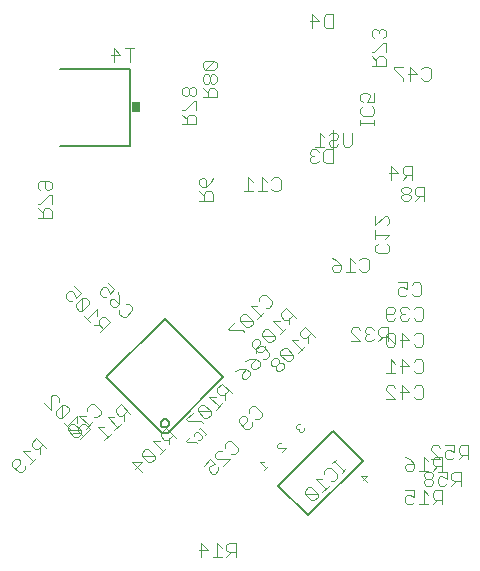
<source format=gbr>
G04 EAGLE Gerber RS-274X export*
G75*
%MOMM*%
%FSLAX34Y34*%
%LPD*%
%INSilkscreen Bottom*%
%IPPOS*%
%AMOC8*
5,1,8,0,0,1.08239X$1,22.5*%
G01*
%ADD10C,0.101600*%
%ADD11C,0.152400*%
%ADD12C,0.076200*%
%ADD13C,0.203200*%
%ADD14R,0.762000X0.863600*%


D10*
X423496Y251553D02*
X425445Y253502D01*
X429343Y253502D01*
X431292Y251553D01*
X431292Y243757D01*
X429343Y241808D01*
X425445Y241808D01*
X423496Y243757D01*
X419598Y251553D02*
X417649Y253502D01*
X413751Y253502D01*
X411802Y251553D01*
X411802Y249604D01*
X413751Y247655D01*
X415700Y247655D01*
X413751Y247655D02*
X411802Y245706D01*
X411802Y243757D01*
X413751Y241808D01*
X417649Y241808D01*
X419598Y243757D01*
X407904Y243757D02*
X405955Y241808D01*
X402057Y241808D01*
X400108Y243757D01*
X400108Y251553D01*
X402057Y253502D01*
X405955Y253502D01*
X407904Y251553D01*
X407904Y249604D01*
X405955Y247655D01*
X400108Y247655D01*
X423496Y229328D02*
X425445Y231277D01*
X429343Y231277D01*
X431292Y229328D01*
X431292Y221532D01*
X429343Y219583D01*
X425445Y219583D01*
X423496Y221532D01*
X413751Y219583D02*
X413751Y231277D01*
X419598Y225430D01*
X411802Y225430D01*
X407904Y221532D02*
X407904Y229328D01*
X405955Y231277D01*
X402057Y231277D01*
X400108Y229328D01*
X400108Y221532D01*
X402057Y219583D01*
X405955Y219583D01*
X407904Y221532D01*
X400108Y229328D01*
X423496Y207103D02*
X425445Y209052D01*
X429343Y209052D01*
X431292Y207103D01*
X431292Y199307D01*
X429343Y197358D01*
X425445Y197358D01*
X423496Y199307D01*
X413751Y197358D02*
X413751Y209052D01*
X419598Y203205D01*
X411802Y203205D01*
X407904Y205154D02*
X404006Y209052D01*
X404006Y197358D01*
X407904Y197358D02*
X400108Y197358D01*
X423496Y184878D02*
X425445Y186827D01*
X429343Y186827D01*
X431292Y184878D01*
X431292Y177082D01*
X429343Y175133D01*
X425445Y175133D01*
X423496Y177082D01*
X413751Y175133D02*
X413751Y186827D01*
X419598Y180980D01*
X411802Y180980D01*
X407904Y175133D02*
X400108Y175133D01*
X407904Y175133D02*
X400108Y182929D01*
X400108Y184878D01*
X402057Y186827D01*
X405955Y186827D01*
X407904Y184878D01*
X401286Y224346D02*
X401286Y236039D01*
X395440Y236039D01*
X393491Y234090D01*
X393491Y230192D01*
X395440Y228243D01*
X401286Y228243D01*
X397389Y228243D02*
X393491Y224346D01*
X389593Y234090D02*
X387644Y236039D01*
X383746Y236039D01*
X381797Y234090D01*
X381797Y232141D01*
X383746Y230192D01*
X385695Y230192D01*
X383746Y230192D02*
X381797Y228243D01*
X381797Y226294D01*
X383746Y224346D01*
X387644Y224346D01*
X389593Y226294D01*
X377899Y224346D02*
X370103Y224346D01*
X370103Y232141D02*
X377899Y224346D01*
X370103Y232141D02*
X370103Y234090D01*
X372052Y236039D01*
X375950Y236039D01*
X377899Y234090D01*
X421909Y272190D02*
X423858Y274139D01*
X427756Y274139D01*
X429705Y272190D01*
X429705Y264394D01*
X427756Y262446D01*
X423858Y262446D01*
X421909Y264394D01*
X418011Y274139D02*
X410215Y274139D01*
X418011Y274139D02*
X418011Y268292D01*
X414113Y270241D01*
X412164Y270241D01*
X410215Y268292D01*
X410215Y264394D01*
X412164Y262446D01*
X416062Y262446D01*
X418011Y264394D01*
X379408Y294777D02*
X377459Y292828D01*
X379408Y294777D02*
X383306Y294777D01*
X385255Y292828D01*
X385255Y285032D01*
X383306Y283083D01*
X379408Y283083D01*
X377459Y285032D01*
X373561Y290879D02*
X369663Y294777D01*
X369663Y283083D01*
X373561Y283083D02*
X365765Y283083D01*
X357969Y292828D02*
X354071Y294777D01*
X357969Y292828D02*
X361867Y288930D01*
X361867Y285032D01*
X359918Y283083D01*
X356020Y283083D01*
X354071Y285032D01*
X354071Y286981D01*
X356020Y288930D01*
X361867Y288930D01*
X253502Y343408D02*
X241808Y343408D01*
X253502Y343408D02*
X253502Y349255D01*
X251553Y351204D01*
X247655Y351204D01*
X245706Y349255D01*
X245706Y343408D01*
X245706Y347306D02*
X241808Y351204D01*
X251553Y359000D02*
X253502Y362898D01*
X251553Y359000D02*
X247655Y355102D01*
X243757Y355102D01*
X241808Y357051D01*
X241808Y360949D01*
X243757Y362898D01*
X245706Y362898D01*
X247655Y360949D01*
X247655Y355102D01*
X354667Y375158D02*
X354667Y386852D01*
X354667Y375158D02*
X348821Y375158D01*
X346872Y377107D01*
X346872Y384903D01*
X348821Y386852D01*
X354667Y386852D01*
X342974Y384903D02*
X341025Y386852D01*
X337127Y386852D01*
X335178Y384903D01*
X335178Y382954D01*
X337127Y381005D01*
X339076Y381005D01*
X337127Y381005D02*
X335178Y379056D01*
X335178Y377107D01*
X337127Y375158D01*
X341025Y375158D01*
X342974Y377107D01*
X469392Y136027D02*
X469392Y124333D01*
X469392Y136027D02*
X463545Y136027D01*
X461596Y134078D01*
X461596Y130180D01*
X463545Y128231D01*
X469392Y128231D01*
X465494Y128231D02*
X461596Y124333D01*
X457698Y136027D02*
X449902Y136027D01*
X457698Y136027D02*
X457698Y130180D01*
X453800Y132129D01*
X451851Y132129D01*
X449902Y130180D01*
X449902Y126282D01*
X451851Y124333D01*
X455749Y124333D01*
X457698Y126282D01*
X446004Y124333D02*
X438208Y124333D01*
X446004Y124333D02*
X438208Y132129D01*
X438208Y134078D01*
X440157Y136027D01*
X444055Y136027D01*
X446004Y134078D01*
X463042Y113802D02*
X463042Y102108D01*
X463042Y113802D02*
X457195Y113802D01*
X455246Y111853D01*
X455246Y107955D01*
X457195Y106006D01*
X463042Y106006D01*
X459144Y106006D02*
X455246Y102108D01*
X451348Y113802D02*
X443552Y113802D01*
X451348Y113802D02*
X451348Y107955D01*
X447450Y109904D01*
X445501Y109904D01*
X443552Y107955D01*
X443552Y104057D01*
X445501Y102108D01*
X449399Y102108D01*
X451348Y104057D01*
X439654Y111853D02*
X437705Y113802D01*
X433807Y113802D01*
X431858Y111853D01*
X431858Y109904D01*
X433807Y107955D01*
X431858Y106006D01*
X431858Y104057D01*
X433807Y102108D01*
X437705Y102108D01*
X439654Y104057D01*
X439654Y106006D01*
X437705Y107955D01*
X439654Y109904D01*
X439654Y111853D01*
X437705Y107955D02*
X433807Y107955D01*
X430003Y454753D02*
X431952Y456702D01*
X435850Y456702D01*
X437799Y454753D01*
X437799Y446957D01*
X435850Y445008D01*
X431952Y445008D01*
X430003Y446957D01*
X420258Y445008D02*
X420258Y456702D01*
X426105Y450855D01*
X418309Y450855D01*
X414411Y456702D02*
X406615Y456702D01*
X406615Y454753D01*
X414411Y446957D01*
X414411Y445008D01*
X304952Y363039D02*
X303003Y361090D01*
X304952Y363039D02*
X308850Y363039D01*
X310799Y361090D01*
X310799Y353294D01*
X308850Y351346D01*
X304952Y351346D01*
X303003Y353294D01*
X299105Y359141D02*
X295207Y363039D01*
X295207Y351346D01*
X299105Y351346D02*
X291309Y351346D01*
X287411Y359141D02*
X283513Y363039D01*
X283513Y351346D01*
X287411Y351346D02*
X279615Y351346D01*
X421767Y360871D02*
X421767Y372564D01*
X415920Y372564D01*
X413971Y370615D01*
X413971Y366717D01*
X415920Y364768D01*
X421767Y364768D01*
X417869Y364768D02*
X413971Y360871D01*
X404226Y360871D02*
X404226Y372564D01*
X410073Y366717D01*
X402277Y366717D01*
X432455Y355102D02*
X432455Y343408D01*
X432455Y355102D02*
X426608Y355102D01*
X424659Y353153D01*
X424659Y349255D01*
X426608Y347306D01*
X432455Y347306D01*
X428557Y347306D02*
X424659Y343408D01*
X420761Y353153D02*
X418812Y355102D01*
X414914Y355102D01*
X412965Y353153D01*
X412965Y351204D01*
X414914Y349255D01*
X412965Y347306D01*
X412965Y345357D01*
X414914Y343408D01*
X418812Y343408D01*
X420761Y345357D01*
X420761Y347306D01*
X418812Y349255D01*
X420761Y351204D01*
X420761Y353153D01*
X418812Y349255D02*
X414914Y349255D01*
X378333Y407474D02*
X378333Y411372D01*
X378333Y409423D02*
X390027Y409423D01*
X390027Y407474D02*
X390027Y411372D01*
X390027Y421117D02*
X388078Y423066D01*
X390027Y421117D02*
X390027Y417219D01*
X388078Y415270D01*
X380282Y415270D01*
X378333Y417219D01*
X378333Y421117D01*
X380282Y423066D01*
X390027Y426964D02*
X390027Y434760D01*
X390027Y426964D02*
X384180Y426964D01*
X386129Y430862D01*
X386129Y432811D01*
X384180Y434760D01*
X380282Y434760D01*
X378333Y432811D01*
X378333Y428913D01*
X380282Y426964D01*
X147216Y168145D02*
X147216Y165389D01*
X147216Y168145D02*
X149972Y170901D01*
X152728Y170901D01*
X158241Y165389D01*
X158241Y162632D01*
X155485Y159876D01*
X152728Y159876D01*
X145838Y161254D02*
X140325Y161254D01*
X148594Y152985D01*
X145838Y150229D02*
X151350Y155742D01*
X141703Y148851D02*
X136191Y154363D01*
X133434Y154363D01*
X130678Y151607D01*
X130678Y148851D01*
X136191Y143338D01*
X138947Y143338D01*
X141703Y146095D01*
X141703Y148851D01*
X130678Y148851D01*
X263553Y136938D02*
X263553Y134182D01*
X263553Y136938D02*
X266309Y139694D01*
X269065Y139694D01*
X274578Y134182D01*
X274578Y131425D01*
X271822Y128669D01*
X269065Y128669D01*
X267687Y124534D02*
X262175Y119022D01*
X267687Y124534D02*
X256662Y124534D01*
X255284Y125913D01*
X255284Y128669D01*
X258040Y131425D01*
X260797Y131425D01*
X251149Y124534D02*
X245637Y119022D01*
X251149Y124534D02*
X255284Y120400D01*
X251150Y119022D01*
X249771Y117644D01*
X249771Y114887D01*
X252528Y112131D01*
X255284Y112131D01*
X258040Y114887D01*
X258040Y117644D01*
X292459Y258338D02*
X292459Y261094D01*
X295216Y263851D01*
X297972Y263851D01*
X303484Y258338D01*
X303484Y255582D01*
X300728Y252825D01*
X297972Y252825D01*
X291081Y254203D02*
X285568Y254203D01*
X293837Y245935D01*
X296594Y248691D02*
X291081Y243178D01*
X286947Y241800D02*
X281434Y247313D01*
X278678Y247313D01*
X275921Y244556D01*
X275921Y241800D01*
X281434Y236288D01*
X284190Y236288D01*
X286947Y239044D01*
X286947Y241800D01*
X275921Y241800D01*
X271787Y240422D02*
X266274Y234909D01*
X267653Y233531D01*
X278678Y233531D01*
X280056Y232153D01*
X149069Y149766D02*
X140800Y141497D01*
X149069Y149766D02*
X144935Y153901D01*
X142178Y153901D01*
X139422Y151144D01*
X139422Y148388D01*
X143556Y144254D01*
X140800Y147010D02*
X135287Y147010D01*
X138044Y155279D02*
X138044Y160791D01*
X129775Y152522D01*
X132531Y149766D02*
X127019Y155279D01*
X125640Y159413D02*
X131153Y164926D01*
X131153Y167682D01*
X128397Y170438D01*
X125640Y170438D01*
X120128Y164926D01*
X120128Y162170D01*
X122884Y159413D01*
X125640Y159413D01*
X125640Y170438D01*
X115993Y166304D02*
X110481Y171817D01*
X115993Y166304D02*
X115993Y177329D01*
X117372Y178707D01*
X120128Y178707D01*
X122884Y175951D01*
X122884Y173195D01*
X213771Y150656D02*
X222040Y142387D01*
X213771Y150656D02*
X209637Y146522D01*
X209637Y143766D01*
X212393Y141009D01*
X215149Y141009D01*
X219284Y145144D01*
X216528Y142387D02*
X216528Y136875D01*
X208259Y139631D02*
X202746Y139631D01*
X211015Y131362D01*
X208259Y128606D02*
X213771Y134119D01*
X204124Y127228D02*
X198612Y132740D01*
X195855Y132740D01*
X193099Y129984D01*
X193099Y127228D01*
X198612Y121715D01*
X201368Y121715D01*
X204124Y124471D01*
X204124Y127228D01*
X193099Y127228D01*
X184830Y121715D02*
X193099Y113446D01*
X193099Y121715D02*
X184830Y121715D01*
X187587Y116203D02*
X193099Y121715D01*
X157933Y232221D02*
X166202Y240490D01*
X162067Y244624D01*
X159311Y244624D01*
X156555Y241868D01*
X156555Y239112D01*
X160689Y234977D01*
X157933Y237734D02*
X152420Y237734D01*
X155177Y246002D02*
X155177Y251515D01*
X146908Y243246D01*
X149664Y240490D02*
X144152Y246002D01*
X142773Y250137D02*
X148286Y255649D01*
X148286Y258406D01*
X145530Y261162D01*
X142773Y261162D01*
X137261Y255649D01*
X137261Y252893D01*
X140017Y250137D01*
X142773Y250137D01*
X142773Y261162D01*
X141395Y265297D02*
X135883Y270809D01*
X141395Y265297D02*
X137261Y261162D01*
X135883Y265296D01*
X134504Y266675D01*
X131748Y266675D01*
X128992Y263918D01*
X128992Y261162D01*
X131748Y258406D01*
X134504Y258406D01*
X179676Y256009D02*
X182433Y256009D01*
X185189Y253253D01*
X185189Y250497D01*
X179676Y244984D01*
X176920Y244984D01*
X174164Y247740D01*
X174164Y250497D01*
X174164Y261522D02*
X172786Y265656D01*
X174164Y261522D02*
X174164Y256009D01*
X171407Y253253D01*
X168651Y253253D01*
X165895Y256009D01*
X165895Y258765D01*
X167273Y260144D01*
X170029Y260144D01*
X174164Y256009D01*
X170029Y268413D02*
X164517Y273925D01*
X170029Y268413D02*
X165895Y264278D01*
X164517Y268412D01*
X163138Y269791D01*
X160382Y269791D01*
X157626Y267034D01*
X157626Y264278D01*
X160382Y261522D01*
X163138Y261522D01*
X261160Y188427D02*
X269429Y180158D01*
X261160Y188427D02*
X257026Y184292D01*
X257026Y181536D01*
X259782Y178780D01*
X262538Y178780D01*
X266673Y182914D01*
X263916Y180158D02*
X263916Y174645D01*
X255648Y177402D02*
X250135Y177402D01*
X258404Y169133D01*
X261160Y171889D02*
X255648Y166376D01*
X251513Y164998D02*
X246001Y170511D01*
X243244Y170511D01*
X240488Y167754D01*
X240488Y164998D01*
X246001Y159486D01*
X248757Y159486D01*
X251513Y162242D01*
X251513Y164998D01*
X240488Y164998D01*
X236354Y163620D02*
X230841Y158107D01*
X232219Y156729D01*
X243244Y156729D01*
X244622Y155351D01*
X290091Y214601D02*
X290091Y217357D01*
X292847Y220114D01*
X295603Y220114D01*
X301116Y214601D01*
X301116Y211845D01*
X298360Y209089D01*
X295603Y209089D01*
X284578Y209089D02*
X280444Y207710D01*
X284578Y209089D02*
X290091Y209088D01*
X292847Y206332D01*
X292847Y203576D01*
X290091Y200820D01*
X287335Y200820D01*
X285956Y202198D01*
X285956Y204954D01*
X290091Y209088D01*
X276309Y200820D02*
X272175Y199441D01*
X276309Y200820D02*
X281822Y200820D01*
X284578Y198063D01*
X284578Y195307D01*
X281822Y192551D01*
X279066Y192551D01*
X277688Y193929D01*
X277688Y196685D01*
X281822Y200820D01*
X331246Y236381D02*
X339515Y228112D01*
X331246Y236381D02*
X327112Y232247D01*
X327112Y229491D01*
X329868Y226734D01*
X332624Y226734D01*
X336759Y230869D01*
X334003Y228112D02*
X334003Y222600D01*
X325734Y225356D02*
X320221Y225356D01*
X328490Y217087D01*
X325734Y214331D02*
X331246Y219844D01*
X321599Y212953D02*
X316087Y218465D01*
X313330Y218465D01*
X310574Y215709D01*
X310574Y212953D01*
X316087Y207440D01*
X318843Y207440D01*
X321599Y210196D01*
X321599Y212953D01*
X310574Y212953D01*
X307818Y210196D02*
X305062Y210196D01*
X302305Y207440D01*
X302305Y204684D01*
X303683Y203306D01*
X306440Y203306D01*
X306440Y200549D01*
X307818Y199171D01*
X310574Y199171D01*
X313330Y201928D01*
X313330Y204684D01*
X311952Y206062D01*
X309196Y206062D01*
X309196Y208818D01*
X307818Y210196D01*
X309196Y206062D02*
X306440Y203306D01*
X323640Y243987D02*
X315371Y252256D01*
X311237Y248122D01*
X311237Y245366D01*
X313993Y242609D01*
X316749Y242609D01*
X320884Y246744D01*
X318128Y243987D02*
X318128Y238475D01*
X309859Y241231D02*
X304346Y241231D01*
X312615Y232962D01*
X309859Y230206D02*
X315371Y235719D01*
X305724Y228828D02*
X300212Y234340D01*
X297455Y234340D01*
X294699Y231584D01*
X294699Y228828D01*
X300212Y223315D01*
X302968Y223315D01*
X305724Y226071D01*
X305724Y228828D01*
X294699Y228828D01*
X297455Y220559D02*
X297455Y217803D01*
X294699Y215046D01*
X291943Y215046D01*
X286430Y220559D01*
X286430Y223315D01*
X289187Y226071D01*
X291943Y226071D01*
X293321Y224693D01*
X293321Y221937D01*
X289187Y217803D01*
D11*
X262293Y193675D02*
X212725Y243243D01*
X163157Y193675D01*
X210215Y146617D01*
X215235Y146617D02*
X262293Y193675D01*
X215235Y146617D02*
X210215Y146617D01*
X209133Y154880D02*
X209135Y154999D01*
X209141Y155119D01*
X209151Y155238D01*
X209165Y155356D01*
X209183Y155474D01*
X209204Y155592D01*
X209230Y155708D01*
X209259Y155824D01*
X209293Y155939D01*
X209330Y156052D01*
X209371Y156164D01*
X209415Y156275D01*
X209463Y156385D01*
X209515Y156492D01*
X209570Y156598D01*
X209629Y156702D01*
X209692Y156804D01*
X209757Y156903D01*
X209826Y157001D01*
X209898Y157096D01*
X209973Y157189D01*
X210052Y157279D01*
X210133Y157367D01*
X210217Y157451D01*
X210304Y157533D01*
X210393Y157612D01*
X210485Y157688D01*
X210580Y157761D01*
X210677Y157831D01*
X210776Y157897D01*
X210878Y157960D01*
X210981Y158020D01*
X211086Y158076D01*
X211193Y158129D01*
X211302Y158178D01*
X211413Y158224D01*
X211525Y158265D01*
X211638Y158303D01*
X211752Y158338D01*
X211868Y158368D01*
X211984Y158395D01*
X212101Y158417D01*
X212219Y158436D01*
X212338Y158451D01*
X212457Y158462D01*
X212576Y158469D01*
X212695Y158472D01*
X212815Y158471D01*
X212934Y158466D01*
X213053Y158457D01*
X213172Y158444D01*
X213290Y158427D01*
X213407Y158407D01*
X213524Y158382D01*
X213640Y158353D01*
X213755Y158321D01*
X213869Y158285D01*
X213982Y158245D01*
X214093Y158201D01*
X214202Y158154D01*
X214310Y158103D01*
X214417Y158049D01*
X214521Y157991D01*
X214623Y157929D01*
X214724Y157865D01*
X214822Y157796D01*
X214918Y157725D01*
X215011Y157651D01*
X215102Y157573D01*
X215190Y157493D01*
X215275Y157409D01*
X215358Y157323D01*
X215438Y157234D01*
X215515Y157143D01*
X215588Y157049D01*
X215659Y156952D01*
X215726Y156854D01*
X215790Y156753D01*
X215851Y156650D01*
X215908Y156545D01*
X215961Y156439D01*
X216011Y156330D01*
X216058Y156220D01*
X216100Y156109D01*
X216139Y155996D01*
X216175Y155882D01*
X216206Y155766D01*
X216233Y155650D01*
X216257Y155533D01*
X216277Y155415D01*
X216293Y155297D01*
X216305Y155178D01*
X216313Y155059D01*
X216317Y154940D01*
X216317Y154820D01*
X216313Y154701D01*
X216305Y154582D01*
X216293Y154463D01*
X216277Y154345D01*
X216257Y154227D01*
X216233Y154110D01*
X216206Y153994D01*
X216175Y153878D01*
X216139Y153764D01*
X216100Y153651D01*
X216058Y153540D01*
X216011Y153430D01*
X215961Y153321D01*
X215908Y153215D01*
X215851Y153110D01*
X215790Y153007D01*
X215726Y152906D01*
X215659Y152808D01*
X215588Y152711D01*
X215515Y152617D01*
X215438Y152526D01*
X215358Y152437D01*
X215275Y152351D01*
X215190Y152267D01*
X215102Y152187D01*
X215011Y152109D01*
X214918Y152035D01*
X214822Y151964D01*
X214724Y151895D01*
X214623Y151831D01*
X214521Y151769D01*
X214417Y151711D01*
X214310Y151657D01*
X214202Y151606D01*
X214093Y151559D01*
X213982Y151515D01*
X213869Y151475D01*
X213755Y151439D01*
X213640Y151407D01*
X213524Y151378D01*
X213407Y151353D01*
X213290Y151333D01*
X213172Y151316D01*
X213053Y151303D01*
X212934Y151294D01*
X212815Y151289D01*
X212695Y151288D01*
X212576Y151291D01*
X212457Y151298D01*
X212338Y151309D01*
X212219Y151324D01*
X212101Y151343D01*
X211984Y151365D01*
X211868Y151392D01*
X211752Y151422D01*
X211638Y151457D01*
X211525Y151495D01*
X211413Y151536D01*
X211302Y151582D01*
X211193Y151631D01*
X211086Y151684D01*
X210981Y151740D01*
X210878Y151800D01*
X210776Y151863D01*
X210677Y151929D01*
X210580Y151999D01*
X210485Y152072D01*
X210393Y152148D01*
X210304Y152227D01*
X210217Y152309D01*
X210133Y152393D01*
X210052Y152481D01*
X209973Y152571D01*
X209898Y152664D01*
X209826Y152759D01*
X209757Y152857D01*
X209692Y152956D01*
X209629Y153058D01*
X209570Y153162D01*
X209515Y153268D01*
X209463Y153375D01*
X209415Y153485D01*
X209371Y153596D01*
X209330Y153708D01*
X209293Y153821D01*
X209259Y153936D01*
X209230Y154052D01*
X209204Y154168D01*
X209183Y154286D01*
X209165Y154404D01*
X209151Y154522D01*
X209141Y154641D01*
X209135Y154761D01*
X209133Y154880D01*
D12*
X246652Y144804D02*
X248390Y146542D01*
X247521Y145673D02*
X242308Y150886D01*
X243177Y151755D02*
X241439Y150017D01*
X237042Y145620D02*
X237042Y143883D01*
X237042Y145620D02*
X238780Y147358D01*
X240518Y147358D01*
X243993Y143883D01*
X243993Y142145D01*
X242255Y140407D01*
X240518Y140407D01*
X234357Y142935D02*
X230881Y139459D01*
X231750Y138590D01*
X238701Y138590D01*
X239570Y137722D01*
D10*
X239214Y408339D02*
X227521Y408339D01*
X239214Y408339D02*
X239214Y414186D01*
X237265Y416135D01*
X233367Y416135D01*
X231418Y414186D01*
X231418Y408339D01*
X231418Y412237D02*
X227521Y416135D01*
X239214Y420033D02*
X239214Y427828D01*
X237265Y427828D01*
X229469Y420033D01*
X227521Y420033D01*
X237265Y431726D02*
X239214Y433675D01*
X239214Y437573D01*
X237265Y439522D01*
X235316Y439522D01*
X233367Y437573D01*
X231418Y439522D01*
X229469Y439522D01*
X227521Y437573D01*
X227521Y433675D01*
X229469Y431726D01*
X231418Y431726D01*
X233367Y433675D01*
X235316Y431726D01*
X237265Y431726D01*
X233367Y433675D02*
X233367Y437573D01*
X116977Y328964D02*
X105283Y328964D01*
X116977Y328964D02*
X116977Y334811D01*
X115028Y336760D01*
X111130Y336760D01*
X109181Y334811D01*
X109181Y328964D01*
X109181Y332862D02*
X105283Y336760D01*
X116977Y340658D02*
X116977Y348453D01*
X115028Y348453D01*
X107232Y340658D01*
X105283Y340658D01*
X107232Y352351D02*
X105283Y354300D01*
X105283Y358198D01*
X107232Y360147D01*
X115028Y360147D01*
X116977Y358198D01*
X116977Y354300D01*
X115028Y352351D01*
X113079Y352351D01*
X111130Y354300D01*
X111130Y360147D01*
X244983Y430721D02*
X256677Y430721D01*
X256677Y436567D01*
X254728Y438516D01*
X250830Y438516D01*
X248881Y436567D01*
X248881Y430721D01*
X248881Y434618D02*
X244983Y438516D01*
X254728Y442414D02*
X256677Y444363D01*
X256677Y448261D01*
X254728Y450210D01*
X252779Y450210D01*
X250830Y448261D01*
X248881Y450210D01*
X246932Y450210D01*
X244983Y448261D01*
X244983Y444363D01*
X246932Y442414D01*
X248881Y442414D01*
X250830Y444363D01*
X252779Y442414D01*
X254728Y442414D01*
X250830Y444363D02*
X250830Y448261D01*
X246932Y454108D02*
X254728Y454108D01*
X256677Y456057D01*
X256677Y459955D01*
X254728Y461904D01*
X246932Y461904D01*
X244983Y459955D01*
X244983Y456057D01*
X246932Y454108D01*
X254728Y461904D01*
X355092Y489458D02*
X355092Y501152D01*
X355092Y489458D02*
X349245Y489458D01*
X347296Y491407D01*
X347296Y499203D01*
X349245Y501152D01*
X355092Y501152D01*
X337551Y501152D02*
X337551Y489458D01*
X343398Y495305D02*
X337551Y501152D01*
X335602Y495305D02*
X343398Y495305D01*
X387858Y457708D02*
X399552Y457708D01*
X399552Y463555D01*
X397603Y465504D01*
X393705Y465504D01*
X391756Y463555D01*
X391756Y457708D01*
X391756Y461606D02*
X387858Y465504D01*
X399552Y469402D02*
X399552Y477198D01*
X397603Y477198D01*
X389807Y469402D01*
X387858Y469402D01*
X397603Y481096D02*
X399552Y483045D01*
X399552Y486943D01*
X397603Y488892D01*
X395654Y488892D01*
X393705Y486943D01*
X393705Y484994D01*
X393705Y486943D02*
X391756Y488892D01*
X389807Y488892D01*
X387858Y486943D01*
X387858Y483045D01*
X389807Y481096D01*
X175340Y170962D02*
X183609Y162694D01*
X175340Y170962D02*
X171205Y166828D01*
X171205Y164072D01*
X173962Y161315D01*
X176718Y161315D01*
X180853Y165450D01*
X178096Y162694D02*
X178096Y157181D01*
X169827Y159937D02*
X164315Y159937D01*
X172584Y151668D01*
X175340Y154425D02*
X169827Y148912D01*
X161558Y151668D02*
X156046Y151668D01*
X164315Y143399D01*
X167071Y146156D02*
X161558Y140643D01*
D13*
X183515Y389505D02*
X123571Y389509D01*
X183515Y389505D02*
X183515Y455045D01*
X123571Y455041D01*
D14*
X188341Y422275D03*
D10*
X182919Y460883D02*
X182919Y472577D01*
X186817Y472577D02*
X179021Y472577D01*
X169276Y472577D02*
X169276Y460883D01*
X175123Y466730D02*
X169276Y472577D01*
X167327Y466730D02*
X175123Y466730D01*
X272542Y53477D02*
X272542Y41783D01*
X272542Y53477D02*
X266695Y53477D01*
X264746Y51528D01*
X264746Y47630D01*
X266695Y45681D01*
X272542Y45681D01*
X268644Y45681D02*
X264746Y41783D01*
X260848Y49579D02*
X256950Y53477D01*
X256950Y41783D01*
X260848Y41783D02*
X253052Y41783D01*
X243307Y41783D02*
X243307Y53477D01*
X249154Y47630D01*
X241358Y47630D01*
X447324Y86233D02*
X447324Y97927D01*
X441477Y97927D01*
X439528Y95978D01*
X439528Y92080D01*
X441477Y90131D01*
X447324Y90131D01*
X443426Y90131D02*
X439528Y86233D01*
X435630Y94029D02*
X431732Y97927D01*
X431732Y86233D01*
X435630Y86233D02*
X427834Y86233D01*
X423936Y97927D02*
X416140Y97927D01*
X423936Y97927D02*
X423936Y92080D01*
X420038Y94029D01*
X418089Y94029D01*
X416140Y92080D01*
X416140Y88182D01*
X418089Y86233D01*
X421987Y86233D01*
X423936Y88182D01*
X447324Y114808D02*
X447324Y126502D01*
X441477Y126502D01*
X439528Y124553D01*
X439528Y120655D01*
X441477Y118706D01*
X447324Y118706D01*
X443426Y118706D02*
X439528Y114808D01*
X435630Y122604D02*
X431732Y126502D01*
X431732Y114808D01*
X435630Y114808D02*
X427834Y114808D01*
X420038Y124553D02*
X416140Y126502D01*
X420038Y124553D02*
X423936Y120655D01*
X423936Y116757D01*
X421987Y114808D01*
X418089Y114808D01*
X416140Y116757D01*
X416140Y118706D01*
X418089Y120655D01*
X423936Y120655D01*
D13*
X380229Y123309D02*
X355084Y148454D01*
X308746Y102116D01*
X333891Y76971D01*
X380229Y123309D01*
D10*
X327300Y154203D02*
X325622Y154203D01*
X323944Y152525D01*
X323944Y150847D01*
X324783Y150008D01*
X326461Y150008D01*
X327300Y150847D01*
X326461Y150008D02*
X326461Y148330D01*
X327300Y147492D01*
X328977Y147492D01*
X330655Y149169D01*
X330655Y150847D01*
X378690Y110284D02*
X383723Y105250D01*
X383723Y110284D02*
X378690Y110284D01*
X380367Y106928D02*
X383723Y110284D01*
X296507Y121732D02*
X293151Y121732D01*
X298184Y116699D01*
X299862Y118376D02*
X296507Y115021D01*
X311728Y130375D02*
X315083Y133731D01*
X308372Y133731D01*
X307534Y134569D01*
X307534Y136247D01*
X309211Y137925D01*
X310889Y137925D01*
X362711Y112975D02*
X365467Y115732D01*
X364089Y114354D02*
X355820Y122623D01*
X357199Y124001D02*
X354442Y121244D01*
X347552Y114354D02*
X347552Y111597D01*
X347552Y114354D02*
X350308Y117110D01*
X353064Y117110D01*
X358577Y111597D01*
X358577Y108841D01*
X355820Y106085D01*
X353064Y106085D01*
X346173Y107463D02*
X340661Y107463D01*
X348930Y99194D01*
X351686Y101950D02*
X346173Y96438D01*
X342039Y95059D02*
X336526Y100572D01*
X333770Y100572D01*
X331014Y97816D01*
X331014Y95059D01*
X336526Y89547D01*
X339283Y89547D01*
X342039Y92303D01*
X342039Y95059D01*
X331014Y95059D01*
X283741Y163801D02*
X283741Y166557D01*
X286497Y169314D01*
X289253Y169314D01*
X294766Y163801D01*
X294766Y161045D01*
X292010Y158289D01*
X289253Y158289D01*
X286497Y155532D02*
X286497Y152776D01*
X283741Y150020D01*
X280985Y150020D01*
X275472Y155532D01*
X275472Y158289D01*
X278228Y161045D01*
X280985Y161045D01*
X282363Y159667D01*
X282363Y156910D01*
X278228Y152776D01*
X112267Y134120D02*
X103998Y142389D01*
X99863Y138255D01*
X99863Y135498D01*
X102620Y132742D01*
X105376Y132742D01*
X109510Y136877D01*
X106754Y134120D02*
X106754Y128608D01*
X98485Y131364D02*
X92972Y131364D01*
X101241Y123095D01*
X98485Y120339D02*
X103998Y125851D01*
X94351Y118961D02*
X94351Y116204D01*
X91594Y113448D01*
X88838Y113448D01*
X83325Y118961D01*
X83325Y121717D01*
X86082Y124473D01*
X88838Y124473D01*
X90216Y123095D01*
X90216Y120339D01*
X86082Y116204D01*
X370967Y391077D02*
X370967Y400822D01*
X370967Y391077D02*
X369018Y389128D01*
X365120Y389128D01*
X363171Y391077D01*
X363171Y400822D01*
X359273Y391077D02*
X357324Y389128D01*
X353426Y389128D01*
X351477Y391077D01*
X351477Y393026D01*
X353426Y394975D01*
X357324Y394975D01*
X359273Y396924D01*
X359273Y398873D01*
X357324Y400822D01*
X353426Y400822D01*
X351477Y398873D01*
X355375Y402771D02*
X355375Y387179D01*
X347579Y396924D02*
X343681Y400822D01*
X343681Y389128D01*
X347579Y389128D02*
X339783Y389128D01*
X400778Y306754D02*
X402727Y304805D01*
X402727Y300907D01*
X400778Y298958D01*
X392982Y298958D01*
X391033Y300907D01*
X391033Y304805D01*
X392982Y306754D01*
X398829Y310652D02*
X402727Y314550D01*
X391033Y314550D01*
X391033Y310652D02*
X391033Y318448D01*
X391033Y322346D02*
X391033Y330142D01*
X391033Y322346D02*
X398829Y330142D01*
X400778Y330142D01*
X402727Y328193D01*
X402727Y324295D01*
X400778Y322346D01*
M02*

</source>
